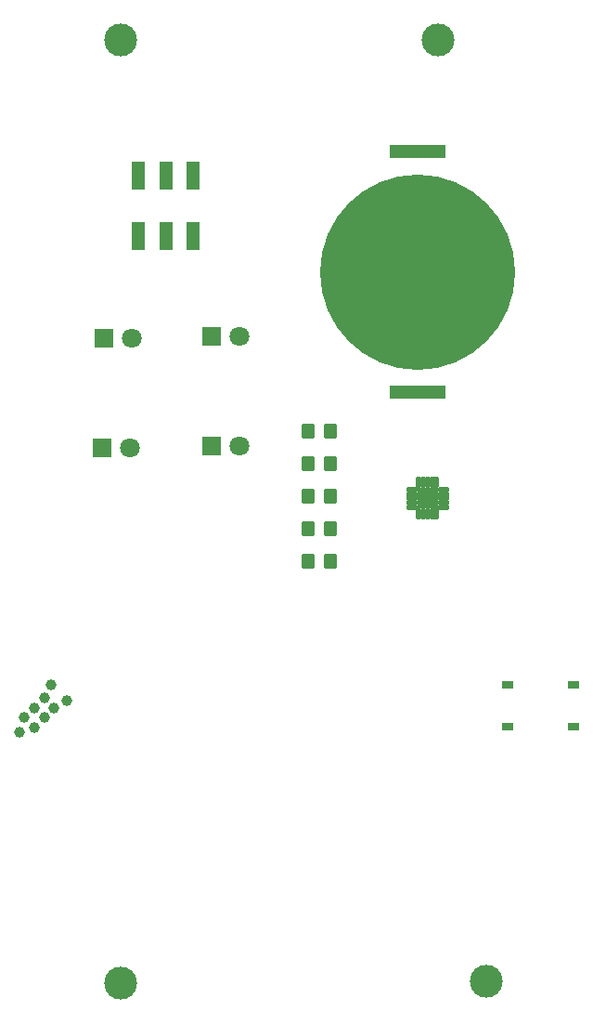
<source format=gbs>
G04 Layer: BottomSolderMaskLayer*
G04 EasyEDA Pro v2.2.43.4, 2025-11-10 11:02:42*
G04 Gerber Generator version 0.3*
G04 Scale: 100 percent, Rotated: No, Reflected: No*
G04 Dimensions in millimeters*
G04 Leading zeros omitted, absolute positions, 4 integers and 5 decimals*
G04 Generated by one-click*
%FSLAX45Y45*%
%MOMM*%
%AMRoundRect*1,1,$1,$2,$3*1,1,$1,$4,$5*1,1,$1,0-$2,0-$3*1,1,$1,0-$4,0-$5*20,1,$1,$2,$3,$4,$5,0*20,1,$1,$4,$5,0-$2,0-$3,0*20,1,$1,0-$2,0-$3,0-$4,0-$5,0*20,1,$1,0-$4,0-$5,$2,$3,0*4,1,4,$2,$3,$4,$5,0-$2,0-$3,0-$4,0-$5,$2,$3,0*%
%ADD10C,3.0*%
%ADD11R,1.8X1.8*%
%ADD12C,1.8*%
%ADD13RoundRect,0.5X-0.35X0.45X0.35X0.45*%
%ADD14R,5.08X1.27*%
%ADD15C,17.8*%
%ADD16R,1.0X0.7*%
%ADD17R,1.2002X2.5*%
%ADD18R,1.2X2.5*%
%ADD19RoundRect,0.2093X-0.40235X0.10735X0.40235X0.10735*%
%ADD20RoundRect,0.2093X-0.10735X0.40235X0.10735X0.40235*%
%ADD21RoundRect,0.18426X-0.85987X0.85987X0.85987X0.85987*%
%ADD22C,0.991*%
G75*


G04 Pad Start*
G54D10*
G01X12600000Y-14090000D03*
G54D11*
G01X12446000Y-8210000D03*
G54D12*
G01X12700000Y-8210000D03*
G54D11*
G01X13430000Y-8200000D03*
G54D12*
G01X13684000Y-8200000D03*
G54D10*
G01X15940000Y-14070000D03*
G01X12600000Y-5500000D03*
G01X15500000Y-5500000D03*
G54D11*
G01X12436000Y-9210000D03*
G54D12*
G01X12690000Y-9210000D03*
G54D11*
G01X13430000Y-9200000D03*
G54D12*
G01X13684000Y-9200000D03*
G54D13*
G01X14514000Y-9949000D03*
G01X14314000Y-9949000D03*
G54D14*
G01X15310000Y-6511500D03*
G01X15310000Y-8708500D03*
G54D15*
G01X15310000Y-7610000D03*
G54D16*
G01X16737000Y-11373000D03*
G01X16137000Y-11373000D03*
G01X16737000Y-11753000D03*
G01X16137000Y-11753000D03*
G54D13*
G01X14514000Y-10244000D03*
G01X14314000Y-10244000D03*
G54D18*
G01X13265000Y-7280000D03*
G01X13265000Y-6730000D03*
G01X13015000Y-7280000D03*
G01X13015000Y-6730000D03*
G01X12765000Y-7280000D03*
G01X12765000Y-6730000D03*
G54D19*
G01X15549500Y-9593000D03*
G01X15549500Y-9633000D03*
G01X15549500Y-9673000D03*
G01X15549500Y-9713000D03*
G01X15549500Y-9753000D03*
G54D20*
G01X15484500Y-9818000D03*
G01X15444500Y-9818000D03*
G01X15404500Y-9818000D03*
G01X15364500Y-9818000D03*
G01X15324500Y-9818000D03*
G54D19*
G01X15259500Y-9753000D03*
G01X15259500Y-9713000D03*
G01X15259500Y-9673000D03*
G01X15259500Y-9633000D03*
G01X15259500Y-9593000D03*
G54D20*
G01X15324500Y-9528000D03*
G01X15364500Y-9528000D03*
G01X15404500Y-9528000D03*
G01X15444500Y-9528000D03*
G01X15484500Y-9528000D03*
G54D21*
G01X15404500Y-9673000D03*
G54D13*
G01X14514000Y-9359000D03*
G01X14314000Y-9359000D03*
G01X14514000Y-9654000D03*
G01X14314000Y-9654000D03*
G54D22*
G01X11680395Y-11805605D03*
G01X11967763Y-11374553D03*
G01X12111447Y-11518237D03*
G01X11725296Y-11670901D03*
G01X11815099Y-11760704D03*
G01X11815099Y-11581099D03*
G01X11904901Y-11670901D03*
G01X11904901Y-11491296D03*
G01X11994704Y-11581099D03*
G54D13*
G01X14514000Y-9064000D03*
G01X14314000Y-9064000D03*
G04 Pad End*

M02*


</source>
